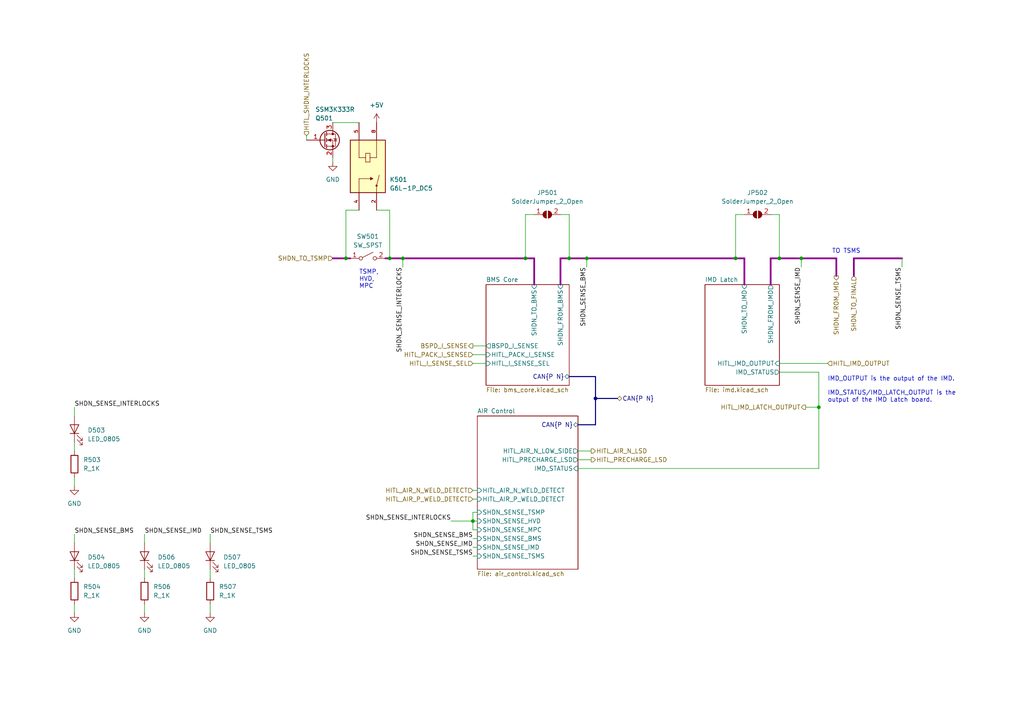
<source format=kicad_sch>
(kicad_sch (version 20211123) (generator eeschema)
  (paper "A4")
  (lib_symbols
    (symbol "G6L-1P_DC5_2" (pin_names (offset 1.016))
      (property "Reference" "K" (at -7.62 6.35 0))
      (property "Value" "G6L-1P_DC5_2" (at -7.62 -7.62 0))
      (symbol "G6L-1P_DC5_2_0_0"
        (rectangle (start -7.62 -5.08) (end 7.62 5.08) (stroke (width 0.254)) (fill (type background)))
        (polyline (pts (xy -7.62 -2.54) (xy -2.54 -2.54)) (stroke (width 0.1524)))
        (polyline (pts (xy -7.62 2.54) (xy -2.54 2.54)) (stroke (width 0.1524)))
        (polyline (pts (xy -3.81 -0.635) (xy -3.81 0.635)) (stroke (width 0.1524)))
        (polyline (pts (xy -3.81 0.635) (xy -2.54 0.635)) (stroke (width 0.1524)))
        (polyline (pts (xy -2.54 -0.635) (xy -3.81 -0.635)) (stroke (width 0.1524)))
        (polyline (pts (xy -2.54 -0.635) (xy -2.54 -2.54)) (stroke (width 0.1524)))
        (polyline (pts (xy -2.54 0.635) (xy -1.27 0.635)) (stroke (width 0.1524)))
        (polyline (pts (xy -2.54 2.54) (xy -2.54 0.635)) (stroke (width 0.1524)))
        (polyline (pts (xy -1.27 -0.635) (xy -2.54 -0.635)) (stroke (width 0.1524)))
        (polyline (pts (xy -1.27 0.635) (xy -1.27 -0.635)) (stroke (width 0.1524)))
        (polyline (pts (xy 3.556 -2.54) (xy 3.556 0.762)) (stroke (width 0.1524)))
        (polyline (pts (xy 5.588 2.54) (xy 2.54 3.302)) (stroke (width 0.1524)))
        (polyline (pts (xy 7.62 -2.54) (xy 3.556 -2.54)) (stroke (width 0.1524)))
        (polyline (pts (xy 7.62 2.54) (xy 5.588 2.54)) (stroke (width 0.1524)))
        (polyline (pts (xy 3.175 0.762) (xy 3.937 0.762) (xy 3.556 1.524) (xy 3.175 0.762)) (stroke (width 0.1524)) (fill (type outline)))
        (circle (center 5.588 2.54) (radius 0.1524) (stroke (width 0.3048)))
        (pin passive line (at 12.7 2.54 180) (length 5.08) (name "~") (number "2"))
        (pin passive line (at 12.7 -2.54 180) (length 5.08) (name "~") (number "4"))
        (pin passive line (at -12.7 -2.54 0) (length 5.08) (name "~") (number "5"))
        (pin passive line (at -12.7 2.54 0) (length 5.08) (name "~") (number "8"))
      )
    )
    (symbol "Jumper:SolderJumper_2_Open" (pin_names (offset 0) hide)
      (property "Reference" "JP" (at 0 2.032 0))
      (property "Value" "SolderJumper_2_Open" (at 0 -2.54 0))
      (symbol "SolderJumper_2_Open_0_1"
        (arc (start -0.254 1.016) (mid -1.27 0) (end -0.254 -1.016))
        (arc (start -0.254 1.016) (mid -1.27 0) (end -0.254 -1.016) (fill (type outline)))
        (polyline (pts (xy -0.254 1.016) (xy -0.254 -1.016)))
        (polyline (pts (xy 0.254 1.016) (xy 0.254 -1.016)))
        (arc (start 0.254 -1.016) (mid 1.27 0) (end 0.254 1.016))
        (arc (start 0.254 -1.016) (mid 1.27 0) (end 0.254 1.016) (fill (type outline)))
      )
      (symbol "SolderJumper_2_Open_1_1"
        (pin passive line (at -3.81 0 0) (length 2.54) (name "A") (number "1"))
        (pin passive line (at 3.81 0 180) (length 2.54) (name "B") (number "2"))
      )
    )
    (symbol "Switch:SW_SPST" (pin_names (offset 0) hide)
      (property "Reference" "SW" (at 0 3.175 0))
      (property "Value" "SW_SPST" (at 0 -2.54 0))
      (symbol "SW_SPST_0_0"
        (circle (center -2.032 0) (radius 0.508))
        (polyline (pts (xy -1.524 0.254) (xy 1.524 1.778)))
        (circle (center 2.032 0) (radius 0.508))
      )
      (symbol "SW_SPST_1_1"
        (pin passive line (at -5.08 0 0) (length 2.54) (name "A") (number "1"))
        (pin passive line (at 5.08 0 180) (length 2.54) (name "B") (number "2"))
      )
    )
    (symbol "formula:LED_0805" (pin_numbers hide) (pin_names (offset 1.016) hide)
      (property "Reference" "D" (at 0 -2.54 0))
      (property "Value" "LED_0805" (at 0 2.54 0))
      (symbol "LED_0805_0_1"
        (polyline (pts (xy -1.27 -1.27) (xy -1.27 1.27)) (stroke (width 0.2032)))
        (polyline (pts (xy -1.27 0) (xy 1.27 0)))
        (polyline (pts (xy 1.27 -1.27) (xy 1.27 1.27) (xy -1.27 0) (xy 1.27 -1.27)) (stroke (width 0.2032)))
        (polyline (pts (xy -3.048 -0.762) (xy -4.572 -2.286) (xy -3.81 -2.286) (xy -4.572 -2.286) (xy -4.572 -1.524)))
        (polyline (pts (xy -1.778 -0.762) (xy -3.302 -2.286) (xy -2.54 -2.286) (xy -3.302 -2.286) (xy -3.302 -1.524)))
      )
      (symbol "LED_0805_1_1"
        (pin passive line (at -3.81 0 0) (length 2.54) (name "K") (number "1"))
        (pin passive line (at 3.81 0 180) (length 2.54) (name "A") (number "2"))
      )
    )
    (symbol "formula:R_1K" (pin_numbers hide) (pin_names (offset 0))
      (property "Reference" "R" (at 2.032 0 90))
      (property "Value" "R_1K" (at -2.54 0 90))
      (symbol "R_1K_0_1"
        (rectangle (start -1.016 -2.54) (end 1.016 2.54) (stroke (width 0.254)))
      )
      (symbol "R_1K_1_1"
        (pin passive line (at 0 3.81 270) (length 1.27) (name "~") (number "1"))
        (pin passive line (at 0 -3.81 90) (length 1.27) (name "~") (number "2"))
      )
    )
    (symbol "formula:SSM3K333R" (pin_names (offset 0) hide)
      (property "Reference" "Q" (at 5.08 1.905 0))
      (property "Value" "SSM3K333R" (at 5.08 0 0))
      (symbol "SSM3K333R_0_1"
        (polyline (pts (xy 0.762 -1.778) (xy 2.54 -1.778)))
        (polyline (pts (xy 0.762 -1.27) (xy 0.762 -2.286)) (stroke (width 0.254)))
        (polyline (pts (xy 0.762 0) (xy 2.54 0)))
        (polyline (pts (xy 0.762 0.508) (xy 0.762 -0.508)) (stroke (width 0.254)))
        (polyline (pts (xy 0.762 1.778) (xy 2.54 1.778)))
        (polyline (pts (xy 0.762 2.286) (xy 0.762 1.27)) (stroke (width 0.254)))
        (polyline (pts (xy 2.54 -1.778) (xy 2.54 -2.54)))
        (polyline (pts (xy 2.54 -1.778) (xy 2.54 0)))
        (polyline (pts (xy 2.54 2.54) (xy 2.54 1.778)))
        (polyline (pts (xy 0.254 1.905) (xy 0.254 -1.905) (xy 0.254 -1.905)) (stroke (width 0.254)))
        (polyline (pts (xy 1.016 0) (xy 2.032 0.381) (xy 2.032 -0.381) (xy 1.016 0)) (fill (type outline)))
        (polyline (pts (xy 2.54 -1.778) (xy 3.302 -1.778) (xy 3.302 1.778) (xy 2.54 1.778)))
        (polyline (pts (xy 2.794 0.508) (xy 2.921 0.381) (xy 3.683 0.381) (xy 3.81 0.254)))
        (polyline (pts (xy 3.302 0.381) (xy 2.921 -0.254) (xy 3.683 -0.254) (xy 3.302 0.381)))
        (circle (center 1.651 0) (radius 2.8194) (stroke (width 0.254)))
        (circle (center 2.54 -1.778) (radius 0.2794) (fill (type outline)))
        (circle (center 2.54 1.778) (radius 0.2794) (fill (type outline)))
      )
      (symbol "SSM3K333R_1_1"
        (pin input line (at -5.08 0 0) (length 5.334) (name "G") (number "1"))
        (pin passive line (at 2.54 -5.08 90) (length 2.54) (name "S") (number "2"))
        (pin passive line (at 2.54 5.08 270) (length 2.54) (name "D") (number "3"))
      )
    )
    (symbol "power:+5V" (power) (pin_names (offset 0))
      (property "Value" "+5V" (at 0 3.556 0))
      (symbol "+5V_0_1"
        (polyline (pts (xy -0.762 1.27) (xy 0 2.54)))
        (polyline (pts (xy 0 0) (xy 0 2.54)))
        (polyline (pts (xy 0 2.54) (xy 0.762 1.27)))
      )
      (symbol "+5V_1_1"
        (pin power_in line (at 0 0 90) (length 0) hide (name "+5V") (number "1"))
      )
    )
    (symbol "power:GND" (power) (pin_names (offset 0))
      (property "Value" "GND" (at 0 -3.81 0))
      (symbol "GND_0_1"
        (polyline (pts (xy 0 0) (xy 0 -1.27) (xy 1.27 -1.27) (xy 0 -2.54) (xy -1.27 -1.27) (xy 0 -1.27)))
      )
      (symbol "GND_1_1"
        (pin power_in line (at 0 0 270) (length 0) hide (name "GND") (number "1"))
      )
    )
  )
  (junction (at 165.1 74.93))
  (junction (at 213.36 74.93))
  (junction (at 237.49 118.11))
  (junction (at 137.16 151.13))
  (junction (at 100.33 74.93))
  (junction (at 116.84 74.93))
  (junction (at 170.18 74.93))
  (junction (at 226.06 74.93))
  (junction (at 172.72 115.57))
  (junction (at 113.03 74.93))
  (junction (at 232.41 74.93))
  (junction (at 152.4 74.93))
  (wire (pts (xy 137.16 151.13) (xy 138.43 151.13)))
  (wire (pts (xy 170.18 74.93) (xy 213.36 74.93)) (stroke (width 0.508) (color 132 0 132 1)))
  (wire (pts (xy 167.64 133.35) (xy 171.45 133.35)))
  (bus (pts (xy 167.64 123.19) (xy 172.72 123.19)))
  (wire (pts (xy 137.16 100.33) (xy 140.97 100.33)))
  (wire (pts (xy 137.16 156.21) (xy 138.43 156.21)))
  (wire (pts (xy 109.22 60.96) (xy 113.03 60.96)))
  (wire (pts (xy 154.94 74.93) (xy 154.94 82.55)) (stroke (width 0.508) (color 132 0 132 1)))
  (wire (pts (xy 96.52 74.93) (xy 100.33 74.93)) (stroke (width 0.508) (color 132 0 132 1)))
  (wire (pts (xy 152.4 74.93) (xy 152.4 62.23)))
  (wire (pts (xy 100.33 60.96) (xy 100.33 74.93)))
  (wire (pts (xy 152.4 62.23) (xy 154.94 62.23)))
  (wire (pts (xy 137.16 144.78) (xy 138.43 144.78)))
  (wire (pts (xy 21.59 138.43) (xy 21.59 140.97)))
  (wire (pts (xy 226.06 74.93) (xy 232.41 74.93)) (stroke (width 0.508) (color 132 0 132 1)))
  (wire (pts (xy 232.41 77.47) (xy 232.41 74.93)))
  (bus (pts (xy 172.72 109.22) (xy 172.72 115.57)))
  (wire (pts (xy 233.68 118.11) (xy 237.49 118.11)))
  (wire (pts (xy 165.1 62.23) (xy 165.1 74.93)))
  (wire (pts (xy 162.56 74.93) (xy 165.1 74.93)) (stroke (width 0.508) (color 132 0 132 1)))
  (wire (pts (xy 21.59 154.94) (xy 21.59 157.48)))
  (wire (pts (xy 111.76 74.93) (xy 113.03 74.93)) (stroke (width 0.508) (color 132 0 132 1)))
  (wire (pts (xy 223.52 62.23) (xy 226.06 62.23)))
  (wire (pts (xy 21.59 175.26) (xy 21.59 177.8)))
  (wire (pts (xy 242.57 74.93) (xy 242.57 80.01)) (stroke (width 0.508) (color 132 0 132 1)))
  (wire (pts (xy 104.14 60.96) (xy 100.33 60.96)))
  (bus (pts (xy 172.72 115.57) (xy 172.72 123.19)))
  (wire (pts (xy 60.96 175.26) (xy 60.96 177.8)))
  (wire (pts (xy 137.16 161.29) (xy 138.43 161.29)))
  (wire (pts (xy 226.06 107.95) (xy 237.49 107.95)))
  (wire (pts (xy 247.65 74.93) (xy 261.62 74.93)) (stroke (width 0.508) (color 132 0 132 1)))
  (wire (pts (xy 137.16 105.41) (xy 140.97 105.41)))
  (wire (pts (xy 100.33 74.93) (xy 101.6 74.93)) (stroke (width 0.508) (color 132 0 132 1)))
  (wire (pts (xy 21.59 118.11) (xy 21.59 120.65)))
  (wire (pts (xy 137.16 153.67) (xy 138.43 153.67)))
  (wire (pts (xy 137.16 102.87) (xy 140.97 102.87)))
  (wire (pts (xy 137.16 148.59) (xy 137.16 151.13)))
  (wire (pts (xy 41.91 154.94) (xy 41.91 157.48)))
  (wire (pts (xy 60.96 154.94) (xy 60.96 157.48)))
  (wire (pts (xy 223.52 74.93) (xy 226.06 74.93)) (stroke (width 0.508) (color 132 0 132 1)))
  (wire (pts (xy 213.36 62.23) (xy 215.9 62.23)))
  (wire (pts (xy 152.4 74.93) (xy 154.94 74.93)) (stroke (width 0.508) (color 132 0 132 1)))
  (wire (pts (xy 167.64 130.81) (xy 171.45 130.81)))
  (wire (pts (xy 237.49 118.11) (xy 237.49 135.89)))
  (wire (pts (xy 226.06 105.41) (xy 240.03 105.41)))
  (wire (pts (xy 113.03 60.96) (xy 113.03 74.93)))
  (wire (pts (xy 232.41 74.93) (xy 242.57 74.93)) (stroke (width 0.508) (color 132 0 132 1)))
  (wire (pts (xy 113.03 74.93) (xy 116.84 74.93)) (stroke (width 0.508) (color 132 0 132 1)))
  (wire (pts (xy 167.64 135.89) (xy 237.49 135.89)))
  (wire (pts (xy 137.16 142.24) (xy 138.43 142.24)))
  (wire (pts (xy 116.84 74.93) (xy 116.84 77.47)))
  (wire (pts (xy 60.96 165.1) (xy 60.96 167.64)))
  (wire (pts (xy 223.52 74.93) (xy 223.52 82.55)) (stroke (width 0.508) (color 132 0 132 1)))
  (wire (pts (xy 130.81 151.13) (xy 137.16 151.13)))
  (wire (pts (xy 41.91 175.26) (xy 41.91 177.8)))
  (wire (pts (xy 247.65 80.01) (xy 247.65 74.93)) (stroke (width 0.508) (color 132 0 132 1)))
  (wire (pts (xy 137.16 151.13) (xy 137.16 153.67)))
  (wire (pts (xy 116.84 74.93) (xy 152.4 74.93)) (stroke (width 0.508) (color 132 0 132 1)))
  (wire (pts (xy 165.1 74.93) (xy 170.18 74.93)) (stroke (width 0.508) (color 132 0 132 1)))
  (wire (pts (xy 162.56 74.93) (xy 162.56 82.55)) (stroke (width 0.508) (color 132 0 132 1)))
  (bus (pts (xy 165.1 109.22) (xy 172.72 109.22)))
  (wire (pts (xy 88.9 39.37) (xy 88.9 40.64)))
  (wire (pts (xy 261.62 77.47) (xy 261.62 74.93)))
  (wire (pts (xy 96.52 45.72) (xy 96.52 46.99)))
  (wire (pts (xy 96.52 35.56) (xy 104.14 35.56)))
  (wire (pts (xy 213.36 74.93) (xy 213.36 62.23)))
  (bus (pts (xy 172.72 115.57) (xy 179.07 115.57)))
  (wire (pts (xy 162.56 62.23) (xy 165.1 62.23)))
  (wire (pts (xy 213.36 74.93) (xy 215.9 74.93)) (stroke (width 0.508) (color 132 0 132 1)))
  (wire (pts (xy 215.9 74.93) (xy 215.9 82.55)) (stroke (width 0.508) (color 132 0 132 1)))
  (wire (pts (xy 21.59 128.27) (xy 21.59 130.81)))
  (wire (pts (xy 21.59 165.1) (xy 21.59 167.64)))
  (wire (pts (xy 170.18 77.47) (xy 170.18 74.93)))
  (wire (pts (xy 41.91 165.1) (xy 41.91 167.64)))
  (wire (pts (xy 137.16 148.59) (xy 138.43 148.59)))
  (wire (pts (xy 226.06 62.23) (xy 226.06 74.93)))
  (wire (pts (xy 237.49 107.95) (xy 237.49 118.11)))
  (wire (pts (xy 137.16 158.75) (xy 138.43 158.75)))
  (text "IMD_OUTPUT is the output of the IMD.\n\nIMD_STATUS/IMD_LATCH_OUTPUT is the\noutput of the IMD Latch board." (at 240.03 116.84 0) (effects (font (size 1.27 1.27)) (justify left bottom)))
  (text "TSMP,\nHVD,\nMPC" (at 104.14 83.82 0) (effects (font (size 1.27 1.27)) (justify left bottom)))
  (text "TO TSMS" (at 241.3 73.66 0) (effects (font (size 1.27 1.27)) (justify left bottom)))
  (label "SHDN_SENSE_INTERLOCKS" (at 130.81 151.13 180))
  (label "SHDN_SENSE_IMD" (at 137.16 158.75 180))
  (label "SHDN_SENSE_INTERLOCKS" (at 116.84 77.47 270))
  (label "SHDN_SENSE_BMS" (at 137.16 156.21 180))
  (label "SHDN_SENSE_BMS" (at 21.59 154.94 0))
  (label "SHDN_SENSE_IMD" (at 232.41 77.47 270))
  (label "SHDN_SENSE_TSMS" (at 261.62 77.47 270))
  (label "SHDN_SENSE_INTERLOCKS" (at 21.59 118.11 0))
  (label "SHDN_SENSE_TSMS" (at 137.16 161.29 180))
  (label "SHDN_SENSE_BMS" (at 170.18 77.47 270))
  (label "SHDN_SENSE_TSMS" (at 60.96 154.94 0))
  (label "SHDN_SENSE_IMD" (at 41.91 154.94 0))
  (hierarchical_label "HITL_IMD_LATCH_OUTPUT" (shape output) (at 233.68 118.11 180))
  (hierarchical_label "BSPD_I_SENSE" (shape output) (at 137.16 100.33 180))
  (hierarchical_label "HITL_AIR_N_LSD" (shape output) (at 171.45 130.81 0))
  (hierarchical_label "HITL_PRECHARGE_LSD" (shape output) (at 171.45 133.35 0))
  (hierarchical_label "HITL_IMD_OUTPUT" (shape input) (at 240.03 105.41 0))
  (hierarchical_label "SHDN_TO_FINAL" (shape input) (at 247.65 80.01 270))
  (hierarchical_label "HITL_I_SENSE_SEL" (shape input) (at 137.16 105.41 180))
  (hierarchical_label "HITL_AIR_P_WELD_DETECT" (shape input) (at 137.16 144.78 180))
  (hierarchical_label "HITL_SHDN_INTERLOCKS" (shape input) (at 88.9 39.37 90))
  (hierarchical_label "HITL_PACK_I_SENSE" (shape input) (at 137.16 102.87 180))
  (hierarchical_label "HITL_AIR_N_WELD_DETECT" (shape input) (at 137.16 142.24 180))
  (hierarchical_label "CAN{P N}" (shape bidirectional) (at 179.07 115.57 0))
  (hierarchical_label "SHDN_TO_TSMP" (shape input) (at 96.52 74.93 180))
  (hierarchical_label "SHDN_FROM_IMD" (shape output) (at 242.57 80.01 270))
  (symbol (lib_id "formula:R_1K") (at 21.59 171.45 0) (unit 1)
    (property "Reference" "R504" (at 24.13 170.1799 0) (effects (justify left)))
    (property "Value" "R_1K" (at 24.13 172.7199 0) (effects (justify left)))
    (property "Footprint" "footprints:R_0805_OEM" (effects hide))
    (property "Datasheet" "https://www.seielect.com/Catalog/SEI-rncp.pdf" (effects hide))
    (property "MFN" "DK" (effects hide))
    (property "MPN" "RNCP0805FTD1K00CT-ND" (effects hide))
    (property "PurchasingLink" "https://www.digikey.com/products/en?keywords=RNCP0805FTD1K00CT-ND" (effects hide))
  )
  (symbol (lib_id "power:+5V") (at 109.22 35.56 0) (unit 1)
    (property "Reference" "#PWR?" (effects hide))
    (property "Value" "+5V" (at 109.22 30.48 0))
  )
  (symbol (lib_id "formula:R_1K") (at 21.59 134.62 0) (unit 1)
    (property "Reference" "R503" (at 24.13 133.3499 0) (effects (justify left)))
    (property "Value" "R_1K" (at 24.13 135.8899 0) (effects (justify left)))
    (property "Footprint" "footprints:R_0805_OEM" (effects hide))
    (property "Datasheet" "https://www.seielect.com/Catalog/SEI-rncp.pdf" (effects hide))
    (property "MFN" "DK" (effects hide))
    (property "MPN" "RNCP0805FTD1K00CT-ND" (effects hide))
    (property "PurchasingLink" "https://www.digikey.com/products/en?keywords=RNCP0805FTD1K00CT-ND" (effects hide))
  )
  (symbol (lib_id "Jumper:SolderJumper_2_Open") (at 219.71 62.23 0) (unit 1)
    (property "Reference" "JP502" (at 219.71 55.88 0))
    (property "Value" "SolderJumper_2_Open" (at 219.71 58.42 0))
    (property "Footprint" "Jumper:SolderJumper-2_P1.3mm_Open_RoundedPad1.0x1.5mm" (effects hide))
  )
  (symbol (lib_id "power:GND") (at 96.52 46.99 0) (unit 1)
    (property "Reference" "#PWR?" (effects hide))
    (property "Value" "GND" (at 96.52 52.07 0))
  )
  (symbol (lib_id "formula:R_1K") (at 60.96 171.45 0) (unit 1)
    (property "Reference" "R507" (at 63.5 170.1799 0) (effects (justify left)))
    (property "Value" "R_1K" (at 63.5 172.7199 0) (effects (justify left)))
    (property "Footprint" "footprints:R_0805_OEM" (effects hide))
    (property "Datasheet" "https://www.seielect.com/Catalog/SEI-rncp.pdf" (effects hide))
    (property "MFN" "DK" (effects hide))
    (property "MPN" "RNCP0805FTD1K00CT-ND" (effects hide))
    (property "PurchasingLink" "https://www.digikey.com/products/en?keywords=RNCP0805FTD1K00CT-ND" (effects hide))
  )
  (symbol (lib_id "Switch:SW_SPST") (at 106.68 74.93 0) (unit 1)
    (property "Reference" "SW501" (at 106.68 68.58 0))
    (property "Value" "SW_SPST" (at 106.68 71.12 0))
    (property "Footprint" "footprints:SW_100SP1T1B4M2QE" (effects hide))
  )
  (symbol (lib_id "formula:LED_0805") (at 21.59 161.29 90) (unit 1)
    (property "Reference" "D504" (at 25.4 161.6201 90) (effects (justify right)))
    (property "Value" "LED_0805" (at 25.4 164.1601 90) (effects (justify right)))
    (property "Footprint" "footprints:LED_0805_OEM" (effects hide))
    (property "Datasheet" "http://www.osram-os.com/Graphics/XPic9/00078860_0.pdf" (effects hide))
    (property "MFN" "DK" (effects hide))
    (property "MPN" "475-1410-1-ND" (effects hide))
    (property "PurchasingLink" "https://www.digikey.com/products/en?keywords=475-1410-1-ND" (effects hide))
  )
  (symbol (lib_id "formula:SSM3K333R") (at 93.98 40.64 0) (unit 1)
    (property "Reference" "Q501" (at 91.44 34.29 0) (effects (justify left)))
    (property "Value" "SSM3K333R" (at 91.44 31.75 0) (effects (justify left)))
    (property "Footprint" "footprints:SOT-23F" (effects hide))
    (property "Datasheet" "https://drive.google.com/drive/folders/0B-V-iZf33Y4GNzhDQTJZanJRbVk" (effects hide))
    (property "MFN" "DK" (effects hide))
    (property "MPN" "SSM3K333RLFCT-ND" (effects hide))
    (property "PurchasingLink" "https://www.digikey.com/product-detail/en/toshiba-semiconductor-and-storage/SSM3K333RLF/SSM3K333RLFCT-ND/3522391" (effects hide))
  )
  (symbol (lib_id "formula:R_1K") (at 41.91 171.45 0) (unit 1)
    (property "Reference" "R506" (at 44.45 170.1799 0) (effects (justify left)))
    (property "Value" "R_1K" (at 44.45 172.7199 0) (effects (justify left)))
    (property "Footprint" "footprints:R_0805_OEM" (effects hide))
    (property "Datasheet" "https://www.seielect.com/Catalog/SEI-rncp.pdf" (effects hide))
    (property "MFN" "DK" (effects hide))
    (property "MPN" "RNCP0805FTD1K00CT-ND" (effects hide))
    (property "PurchasingLink" "https://www.digikey.com/products/en?keywords=RNCP0805FTD1K00CT-ND" (effects hide))
  )
  (symbol (lib_id "power:GND") (at 21.59 140.97 0) (unit 1)
    (property "Reference" "#PWR?" (effects hide))
    (property "Value" "GND" (at 21.59 146.05 0))
  )
  (symbol (lib_id "formula:LED_0805") (at 60.96 161.29 90) (unit 1)
    (property "Reference" "D507" (at 64.77 161.6201 90) (effects (justify right)))
    (property "Value" "LED_0805" (at 64.77 164.1601 90) (effects (justify right)))
    (property "Footprint" "footprints:LED_0805_OEM" (effects hide))
    (property "Datasheet" "http://www.osram-os.com/Graphics/XPic9/00078860_0.pdf" (effects hide))
    (property "MFN" "DK" (effects hide))
    (property "MPN" "475-1410-1-ND" (effects hide))
    (property "PurchasingLink" "https://www.digikey.com/products/en?keywords=475-1410-1-ND" (effects hide))
  )
  (symbol (lib_id "formula:LED_0805") (at 21.59 124.46 90) (unit 1)
    (property "Reference" "D503" (at 25.4 124.7901 90) (effects (justify right)))
    (property "Value" "LED_0805" (at 25.4 127.3301 90) (effects (justify right)))
    (property "Footprint" "footprints:LED_0805_OEM" (effects hide))
    (property "Datasheet" "http://www.osram-os.com/Graphics/XPic9/00078860_0.pdf" (effects hide))
    (property "MFN" "DK" (effects hide))
    (property "MPN" "475-1410-1-ND" (effects hide))
    (property "PurchasingLink" "https://www.digikey.com/products/en?keywords=475-1410-1-ND" (effects hide))
  )
  (symbol (lib_id "power:GND") (at 60.96 177.8 0) (unit 1)
    (property "Reference" "#PWR?" (effects hide))
    (property "Value" "GND" (at 60.96 182.88 0))
  )
  (symbol (lib_id "Jumper:SolderJumper_2_Open") (at 158.75 62.23 0) (unit 1)
    (property "Reference" "JP501" (at 158.75 55.88 0))
    (property "Value" "SolderJumper_2_Open" (at 158.75 58.42 0))
    (property "Footprint" "Jumper:SolderJumper-2_P1.3mm_Open_RoundedPad1.0x1.5mm" (effects hide))
  )
  (symbol (lib_id "formula:LED_0805") (at 41.91 161.29 90) (unit 1)
    (property "Reference" "D506" (at 45.72 161.6201 90) (effects (justify right)))
    (property "Value" "LED_0805" (at 45.72 164.1601 90) (effects (justify right)))
    (property "Footprint" "footprints:LED_0805_OEM" (effects hide))
    (property "Datasheet" "http://www.osram-os.com/Graphics/XPic9/00078860_0.pdf" (effects hide))
    (property "MFN" "DK" (effects hide))
    (property "MPN" "475-1410-1-ND" (effects hide))
    (property "PurchasingLink" "https://www.digikey.com/products/en?keywords=475-1410-1-ND" (effects hide))
  )
  (symbol (lib_id "power:GND") (at 21.59 177.8 0) (unit 1)
    (property "Reference" "#PWR?" (effects hide))
    (property "Value" "GND" (at 21.59 182.88 0))
  )
  (symbol (lib_id "power:GND") (at 41.91 177.8 0) (unit 1)
    (property "Reference" "#PWR?" (effects hide))
    (property "Value" "GND" (at 41.91 182.88 0))
  )
  (symbol (lib_name "G6L-1P_DC5_2") (lib_id "formula:G6L-1P_DC5") (at 106.68 48.26 270) (unit 1)
    (property "Reference" "K501" (at 113.03 52.07 90) (effects (justify left)))
    (property "Value" "G6L-1P_DC5" (at 113.03 54.61 90) (effects (justify left)))
    (property "Footprint" "footprints:RELAY_G6L-1P_DC5" (effects hide))
    (property "Datasheet" "https://media.digikey.com/pdf/Data%20Sheets/Omron%20PDFs/G6L.pdf" (effects hide))
    (property "PRICE" "None" (effects hide))
    (property "MP" "G6L-1P-DC24" (effects hide))
    (property "PACKAGE" "None" (effects hide))
    (property "AVAILABILITY" "Unavailable" (effects hide))
    (property "DESCRIPTION" "Telecom Relay SPST-NO (1 Form A) Through Hole" (effects hide))
    (property "MF" "Omron Electronics" (effects hide))
    (property "MPN" "G6L-1P-DC24" (effects hide))
    (property "Manufacturer" "Omron Electronics" (effects hide))
  )
  (sheet (at 140.97 82.55) (size 24.13 29.21) (stroke (width 0.1524))
    (property "Sheet name" "BMS Core" (at 140.97 81.8384 0) (effects (justify left bottom)))
    (property "Sheet file" "bms_core.kicad_sch" (at 140.97 112.3446 0) (effects (justify left top)))
    (pin "SHDN_TO_BMS" input (at 154.94 82.55 90))
    (pin "SHDN_FROM_BMS" input (at 162.56 82.55 90))
    (pin "BSPD_I_SENSE" output (at 140.97 100.33 180))
    (pin "CAN{P N}" bidirectional (at 165.1 109.22 0))
    (pin "HITL_PACK_I_SENSE" input (at 140.97 102.87 180))
    (pin "HITL_I_SENSE_SEL" input (at 140.97 105.41 180))
  )
  (sheet (at 138.43 120.65) (size 29.21 44.45) (stroke (width 0.1524))
    (property "Sheet name" "AIR Control" (at 138.43 119.9384 0) (effects (justify left bottom)))
    (property "Sheet file" "air_control.kicad_sch" (at 138.43 165.6846 0) (effects (justify left top)))
    (pin "CAN{P N}" bidirectional (at 167.64 123.19 0))
    (pin "SHDN_SENSE_BMS" input (at 138.43 156.21 180))
    (pin "SHDN_SENSE_TSMS" input (at 138.43 161.29 180))
    (pin "SHDN_SENSE_MPC" input (at 138.43 153.67 180))
    (pin "SHDN_SENSE_IMD" input (at 138.43 158.75 180))
    (pin "SHDN_SENSE_HVD" input (at 138.43 151.13 180))
    (pin "SHDN_SENSE_TSMP" input (at 138.43 148.59 180))
    (pin "HITL_PRECHARGE_LSD" output (at 167.64 133.35 0))
    (pin "IMD_STATUS" input (at 167.64 135.89 0))
    (pin "HITL_AIR_N_WELD_DETECT" input (at 138.43 142.24 180))
    (pin "HITL_AIR_P_WELD_DETECT" input (at 138.43 144.78 180))
    (pin "HITL_AIR_N_LOW_SIDE" output (at 167.64 130.81 0))
  )
  (sheet (at 204.47 82.55) (size 21.59 29.21) (stroke (width 0.1524))
    (property "Sheet name" "IMD Latch" (at 204.47 81.8384 0) (effects (justify left bottom)))
    (property "Sheet file" "imd.kicad_sch" (at 204.47 112.3446 0) (effects (justify left top)))
    (pin "SHDN_TO_IMD" input (at 215.9 82.55 90))
    (pin "SHDN_FROM_IMD" output (at 223.52 82.55 90))
    (pin "IMD_STATUS" output (at 226.06 107.95 0))
    (pin "HITL_IMD_OUTPUT" input (at 226.06 105.41 0))
  )
)
</source>
